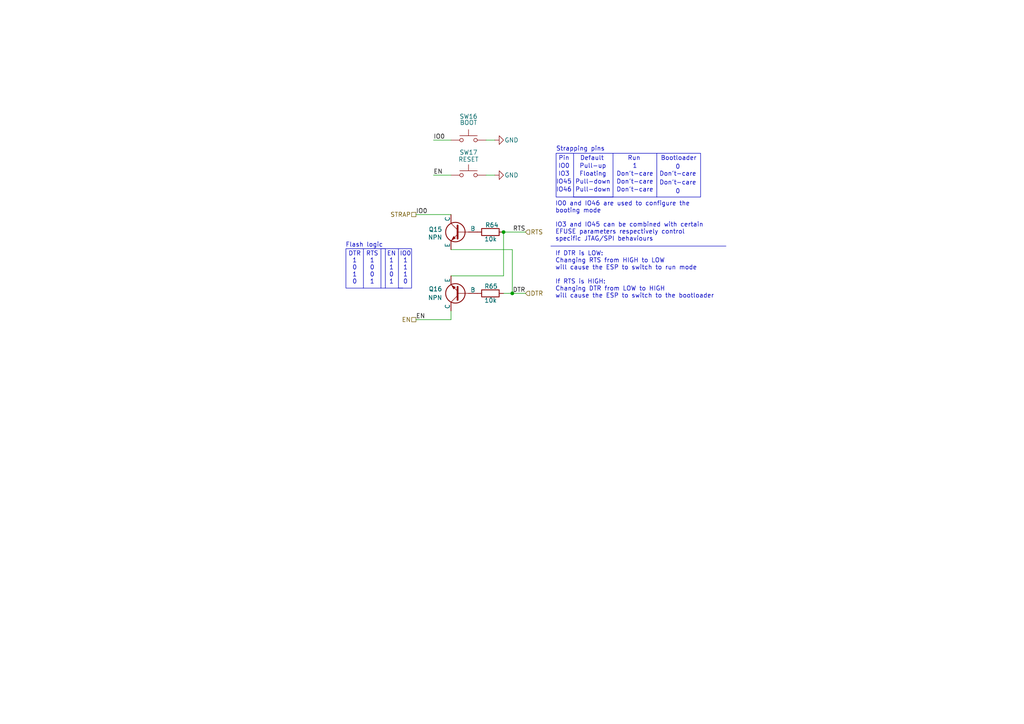
<source format=kicad_sch>
(kicad_sch (version 20250114) (generator "eeschema") (generator_version "9.0")
  (paper "A4")
  (lib_symbols
    (symbol "Device:R" (pin_numbers (hide yes)) (pin_names (offset 0))
      (property "Reference" "R" (at 2.032 0 90))
      (property "Value" "R" (at 0 0 90))
      (symbol "R_0_1"
        (rectangle (start -1.016 -2.54) (end 1.016 2.54) (stroke (width 0.254)))
      )
      (symbol "R_1_1"
        (pin passive line (at 0 3.81 270) (length 1.27) (name "~") (number "1"))
        (pin passive line (at 0 -3.81 90) (length 1.27) (name "~") (number "2"))
      )
    )
    (symbol "Simulation_SPICE:NPN" (pin_numbers (hide yes)) (pin_names (offset 0))
      (property "Reference" "Q" (at -2.54 7.62 0))
      (property "Value" "NPN" (at -2.54 5.08 0))
      (symbol "NPN_0_1"
        (polyline (pts (xy -2.54 0) (xy 0.635 0)) (stroke (width 0.1524)))
        (polyline (pts (xy 0.635 1.905) (xy 0.635 -1.905) (xy 0.635 -1.905)) (stroke (width 0.508)))
        (polyline (pts (xy 0.635 0.635) (xy 2.54 2.54)))
        (polyline (pts (xy 0.635 -0.635) (xy 2.54 -2.54) (xy 2.54 -2.54)))
        (circle (center 1.27 0) (radius 2.8194) (stroke (width 0.254)))
        (polyline (pts (xy 1.27 -1.778) (xy 1.778 -1.27) (xy 2.286 -2.286) (xy 1.27 -1.778) (xy 1.27 -1.778)) (fill (type outline)))
        (polyline (pts (xy 2.794 -1.27) (xy 2.794 -1.27)) (stroke (width 0.1524)))
        (polyline (pts (xy 2.794 -1.27) (xy 2.794 -1.27)) (stroke (width 0.1524)))
      )
      (symbol "NPN_1_1"
        (pin input line (at -5.08 0 0) (length 2.54) (name "B") (number "2"))
        (pin open_collector line (at 2.54 5.08 270) (length 2.54) (name "C") (number "1"))
        (pin open_emitter line (at 2.54 -5.08 90) (length 2.54) (name "E") (number "3"))
      )
    )
    (symbol "Switch:SW_Push" (pin_numbers (hide yes)) (pin_names (offset 1.016) (hide yes))
      (property "Reference" "SW" (at 1.27 2.54 0))
      (property "Value" "SW_Push" (at 0 -1.524 0))
      (symbol "SW_Push_0_1"
        (circle (center -2.032 0) (radius 0.508))
        (polyline (pts (xy 0 1.27) (xy 0 3.048)))
        (circle (center 2.032 0) (radius 0.508))
        (polyline (pts (xy 2.54 1.27) (xy -2.54 1.27)))
        (pin passive line (at -5.08 0 0) (length 2.54) (name "1") (number "1"))
        (pin passive line (at 5.08 0 180) (length 2.54) (name "2") (number "2"))
      )
    )
    (symbol "power:GND" (power) (pin_numbers (hide yes)) (pin_names (offset 0) (hide yes))
      (property "Value" "GND" (at 0 -3.81 0))
      (symbol "GND_0_1"
        (polyline (pts (xy 0 0) (xy 0 -1.27) (xy 1.27 -1.27) (xy 0 -2.54) (xy -1.27 -1.27) (xy 0 -1.27)))
      )
      (symbol "GND_1_1"
        (pin power_in line (at 0 0 270) (length 0) (name "~") (number "1"))
      )
    )
  )
  (rectangle (start 161.29 44.45) (end 203.2 57.15))
  (rectangle (start 100.33 72.136) (end 119.38 83.566))
  (text "1\n0\n0\n1" (at 107.95 78.74 0) (effects (font (size 1.27 1.27))))
  (text "Floating" (at 171.958 50.546 0) (effects (font (size 1.27 1.27))))
  (text "Don't-care" (at 184.15 52.832 0) (effects (font (size 1.27 1.27))))
  (text "IO0 and IO46 are used to configure the\nbooting mode\n\nIO3 and IO45 can be combined with certain\nEFUSE parameters respectively control\nspecific JTAG/SPI behaviours\n" (at 161.036 64.262 0) (effects (font (size 1.27 1.27)) (justify left)))
  (text "Run" (at 183.896 45.974 0) (effects (font (size 1.27 1.27))))
  (text "IO3" (at 163.576 50.546 0) (effects (font (size 1.27 1.27))))
  (text "Pull-down" (at 171.958 55.118 0) (effects (font (size 1.27 1.27))))
  (text "Don't-care" (at 184.15 55.118 0) (effects (font (size 1.27 1.27))))
  (text "Flash logic" (at 105.664 71.12 0) (effects (font (size 1.27 1.27))))
  (text "1\n1\n0\n1" (at 113.538 78.74 0) (effects (font (size 1.27 1.27))))
  (text "RTS" (at 107.95 73.66 0) (effects (font (size 1.27 1.27))))
  (text "1\n0\n1\n0" (at 102.87 78.74 0) (effects (font (size 1.27 1.27))))
  (text "1" (at 184.15 48.26 0) (effects (font (size 1.27 1.27))))
  (text "EN" (at 113.538 73.66 0) (effects (font (size 1.27 1.27))))
  (text "Don't-care" (at 196.596 50.546 0) (effects (font (size 1.27 1.27))))
  (text "Strapping pins" (at 168.3475 43.2634 0) (effects (font (size 1.27 1.27))))
  (text "0" (at 196.596 55.626 0) (effects (font (size 1.27 1.27))))
  (text "Pull-down" (at 171.958 52.832 0) (effects (font (size 1.27 1.27))))
  (text "Pull-up" (at 171.958 48.26 0) (effects (font (size 1.27 1.27))))
  (text "0" (at 196.596 48.514 0) (effects (font (size 1.27 1.27))))
  (text "IO45" (at 163.576 52.832 0) (effects (font (size 1.27 1.27))))
  (text "Don't-care" (at 196.596 53.086 0) (effects (font (size 1.27 1.27))))
  (text "IO0" (at 117.602 73.66 0) (effects (font (size 1.27 1.27))))
  (text "DTR" (at 102.87 73.66 0) (effects (font (size 1.27 1.27))))
  (text "1\n1\n1\n0" (at 117.602 78.74 0) (effects (font (size 1.27 1.27))))
  (text "If DTR is LOW:\nChanging RTS from HIGH to LOW\nwill cause the ESP to switch to run mode\n\nIf RTS is HIGH:\nChanging DTR from LOW to HIGH \nwill cause the ESP to switch to the bootloader" (at 161.036 79.756 0) (effects (font (size 1.27 1.27)) (justify left)))
  (text "Default" (at 171.704 45.974 0) (effects (font (size 1.27 1.27))))
  (text "Bootloader" (at 196.85 45.974 0) (effects (font (size 1.27 1.27))))
  (text "IO0" (at 163.576 48.26 0) (effects (font (size 1.27 1.27))))
  (text "Pin" (at 163.576 45.974 0) (effects (font (size 1.27 1.27))))
  (text "IO46" (at 163.576 55.118 0) (effects (font (size 1.27 1.27))))
  (text "Don't-care" (at 184.15 50.546 0) (effects (font (size 1.27 1.27))))
  (junction (at 148.59 85.09))
  (junction (at 146.05 67.31))
  (polyline (pts (xy 110.49 72.136) (xy 111.76 72.136)))
  (wire (pts (xy 125.73 40.64) (xy 130.81 40.64)))
  (wire (pts (xy 143.51 50.8) (xy 140.97 50.8)))
  (wire (pts (xy 152.4 67.31) (xy 146.05 67.31)))
  (wire (pts (xy 148.59 85.09) (xy 146.05 85.09)))
  (wire (pts (xy 120.65 92.71) (xy 130.81 92.71)))
  (polyline (pts (xy 105.41 72.136) (xy 105.41 83.566)))
  (polyline (pts (xy 166.37 57.15) (xy 177.8 57.15)))
  (wire (pts (xy 130.81 72.39) (xy 148.59 72.39)))
  (polyline (pts (xy 115.57 83.566) (xy 116.84 83.566)))
  (polyline (pts (xy 177.8 44.45) (xy 177.8 57.15)))
  (wire (pts (xy 120.65 62.23) (xy 130.81 62.23)))
  (polyline (pts (xy 115.57 72.136) (xy 115.57 83.566)))
  (polyline (pts (xy 190.5 44.45) (xy 190.5 57.15)))
  (polyline (pts (xy 166.37 44.45) (xy 166.37 57.15)))
  (wire (pts (xy 148.59 72.39) (xy 148.59 85.09)))
  (wire (pts (xy 146.05 80.01) (xy 146.05 67.31)))
  (polyline (pts (xy 159.766 71.374) (xy 210.566 71.374)))
  (wire (pts (xy 143.51 40.64) (xy 140.97 40.64)))
  (polyline (pts (xy 110.49 72.136) (xy 110.49 83.566)))
  (wire (pts (xy 130.81 92.71) (xy 130.81 90.17)))
  (polyline (pts (xy 111.76 72.136) (xy 111.76 83.566)))
  (wire (pts (xy 130.81 80.01) (xy 146.05 80.01)))
  (wire (pts (xy 125.73 50.8) (xy 130.81 50.8)))
  (wire (pts (xy 148.59 85.09) (xy 152.4 85.09)))
  (label "IO0" (at 125.73 40.64 0))
  (label "IO0" (at 120.65 62.23 0))
  (label "RTS" (at 152.4 67.31 180))
  (label "EN" (at 120.65 92.71 0))
  (label "EN" (at 125.73 50.8 0))
  (label "DTR" (at 152.4 85.09 180))
  (hierarchical_label "DTR" (shape input) (at 152.4 85.09 0))
  (hierarchical_label "RTS" (shape input) (at 152.4 67.31 0))
  (hierarchical_label "EN" (shape passive) (at 120.65 92.71 180))
  (hierarchical_label "STRAP" (shape passive) (at 120.65 62.23 180))
  (symbol (lib_id "Device:R") (at 142.24 67.31 270) (unit 1)
    (property "Reference" "R64" (at 140.716 65.278 90) (effects (justify left)))
    (property "Value" "10k" (at 140.462 69.342 90) (effects (justify left)))
    (property "Footprint" "Resistor_SMD:R_0603_1608Metric" (effects (hide yes)))
    (property "Description" "Resistor" (effects (hide yes)))
  )
  (symbol (lib_id "Switch:SW_Push") (at 135.89 50.8 0) (unit 1)
    (property "Reference" "SW17" (at 135.89 44.196 0))
    (property "Value" "RESET" (at 135.89 46.228 0))
    (property "Footprint" "Button_Switch_SMD:SW_Push_SPST_NO_Alps_SKRK" (effects (hide yes)))
    (property "Description" "Push button switch, generic, two pins" (effects (hide yes)))
  )
  (symbol (lib_id "Simulation_SPICE:NPN") (at 133.35 67.31 0) (mirror y) (unit 1)
    (property "Reference" "Q15" (at 128.27 66.548 0) (effects (justify left)))
    (property "Value" "NPN" (at 128.27 68.834 0) (effects (justify left)))
    (property "Footprint" "Package_TO_SOT_SMD:SOT-23" (effects (hide yes)))
    (property "Datasheet" "https://ngspice.sourceforge.io/docs/ngspice-html-manual/manual.xhtml#cha_BJTs" (effects (hide yes)))
    (property "Description" "Bipolar transistor symbol for simulation only, substrate tied to the emitter" (effects (hide yes)))
    (property "Sim.Device" "NPN" (effects (hide yes)))
    (property "Sim.Type" "GUMMELPOON" (effects (hide yes)))
    (property "Sim.Pins" "1=C 2=B 3=E" (effects (hide yes)))
  )
  (symbol (lib_id "power:GND") (at 143.51 40.64 90) (unit 1)
    (property "Reference" "#PWR0214" (effects (hide yes)))
    (property "Value" "GND" (at 146.304 40.64 90) (effects (justify right)))
    (property "Description" "Power symbol creates a global label with name \"GND\" , ground" (effects (hide yes)))
  )
  (symbol (lib_id "Simulation_SPICE:NPN") (at 133.35 85.09 180) (unit 1)
    (property "Reference" "Q16" (at 128.27 83.8199 0) (effects (justify left)))
    (property "Value" "NPN" (at 128.27 86.3599 0) (effects (justify left)))
    (property "Footprint" "Package_TO_SOT_SMD:SOT-23" (effects (hide yes)))
    (property "Datasheet" "https://ngspice.sourceforge.io/docs/ngspice-html-manual/manual.xhtml#cha_BJTs" (effects (hide yes)))
    (property "Description" "Bipolar transistor symbol for simulation only, substrate tied to the emitter" (effects (hide yes)))
    (property "Sim.Device" "NPN" (effects (hide yes)))
    (property "Sim.Type" "GUMMELPOON" (effects (hide yes)))
    (property "Sim.Pins" "1=C 2=B 3=E" (effects (hide yes)))
  )
  (symbol (lib_id "power:GND") (at 143.51 50.8 90) (unit 1)
    (property "Reference" "#PWR0215" (effects (hide yes)))
    (property "Value" "GND" (at 146.304 50.8 90) (effects (justify right)))
    (property "Description" "Power symbol creates a global label with name \"GND\" , ground" (effects (hide yes)))
  )
  (symbol (lib_id "Switch:SW_Push") (at 135.89 40.64 0) (unit 1)
    (property "Reference" "SW16" (at 135.89 33.782 0))
    (property "Value" "BOOT" (at 135.89 35.56 0))
    (property "Footprint" "Button_Switch_SMD:SW_Push_SPST_NO_Alps_SKRK" (effects (hide yes)))
    (property "Description" "Push button switch, generic, two pins" (effects (hide yes)))
  )
  (symbol (lib_id "Device:R") (at 142.24 85.09 270) (unit 1)
    (property "Reference" "R65" (at 140.462 83.058 90) (effects (justify left)))
    (property "Value" "10k" (at 140.462 87.122 90) (effects (justify left)))
    (property "Footprint" "Resistor_SMD:R_0603_1608Metric" (effects (hide yes)))
    (property "Description" "Resistor" (effects (hide yes)))
  )
)
</source>
